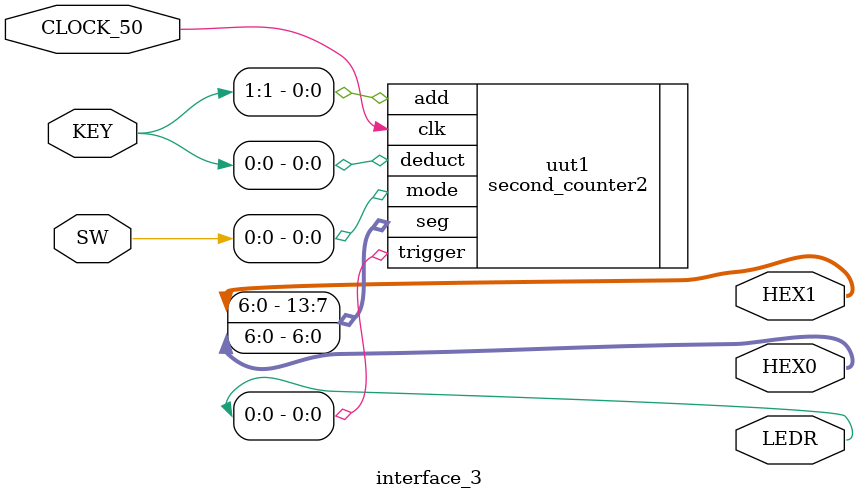
<source format=v>
module interface_3(CLOCK_50,SW,KEY,HEX1,HEX0,LEDR);

input CLOCK_50;
input [1:0]KEY;
input [1:0]SW;

output [6:0]HEX1,HEX0;
output [1:0]LEDR;








// clock_divider2 uut(.clk_in(CLOCK_50),.mode(SW[0]),.clk_out(clk_out1));


 second_counter2 uut1(.clk(CLOCK_50),.mode(SW[0]),.add(KEY[1]),.deduct(KEY[0]),.seg({HEX1,HEX0}),.trigger(LEDR[0]));
 
 endmodule
</source>
